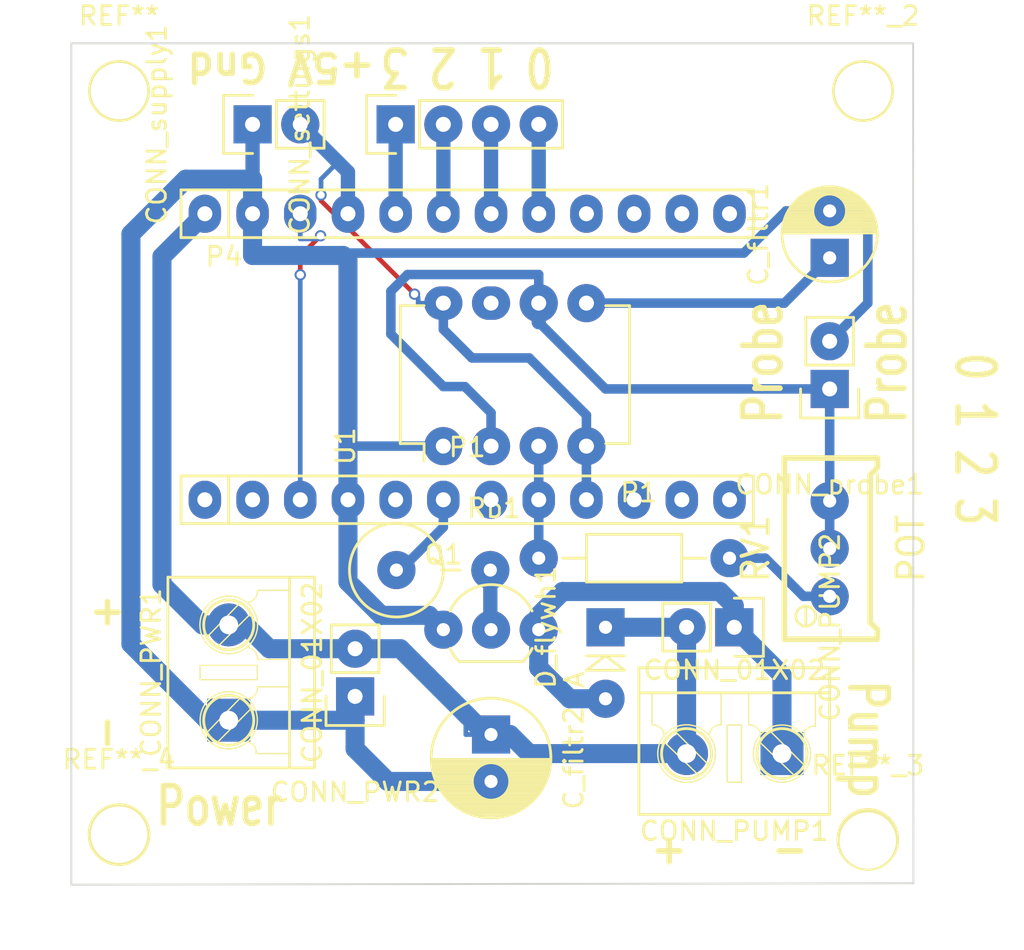
<source format=kicad_pcb>
(kicad_pcb (version 20171130) (host pcbnew "(5.1.12)-1")

  (general
    (thickness 1.6)
    (drawings 19)
    (tracks 113)
    (zones 0)
    (modules 21)
    (nets 28)
  )

  (page A4)
  (title_block
    (date "sam. 04 avril 2015")
  )

  (layers
    (0 F.Cu signal)
    (31 B.Cu signal)
    (32 B.Adhes user)
    (33 F.Adhes user)
    (34 B.Paste user)
    (35 F.Paste user)
    (36 B.SilkS user)
    (37 F.SilkS user)
    (38 B.Mask user)
    (39 F.Mask user)
    (40 Dwgs.User user)
    (41 Cmts.User user)
    (42 Eco1.User user)
    (43 Eco2.User user)
    (44 Edge.Cuts user)
    (45 Margin user)
    (46 B.CrtYd user)
    (47 F.CrtYd user)
    (48 B.Fab user)
    (49 F.Fab user)
  )

  (setup
    (last_trace_width 0.25)
    (user_trace_width 0.508)
    (user_trace_width 0.762)
    (user_trace_width 1.016)
    (trace_clearance 0.2)
    (zone_clearance 0.508)
    (zone_45_only no)
    (trace_min 0.2)
    (via_size 0.6)
    (via_drill 0.4)
    (via_min_size 0.4)
    (via_min_drill 0.3)
    (uvia_size 0.3)
    (uvia_drill 0.1)
    (uvias_allowed no)
    (uvia_min_size 0.2)
    (uvia_min_drill 0.1)
    (edge_width 0.1)
    (segment_width 0.15)
    (pcb_text_width 0.3)
    (pcb_text_size 1.5 1.5)
    (mod_edge_width 0.15)
    (mod_text_size 1 1)
    (mod_text_width 0.15)
    (pad_size 2.2352 2.2352)
    (pad_drill 0.8)
    (pad_to_mask_clearance 0)
    (aux_axis_origin 31.496 151.892)
    (grid_origin 31.496 151.892)
    (visible_elements 7FFFFFFF)
    (pcbplotparams
      (layerselection 0x010f0_80000001)
      (usegerberextensions true)
      (usegerberattributes true)
      (usegerberadvancedattributes true)
      (creategerberjobfile true)
      (excludeedgelayer true)
      (linewidth 0.100000)
      (plotframeref false)
      (viasonmask false)
      (mode 1)
      (useauxorigin true)
      (hpglpennumber 1)
      (hpglpenspeed 20)
      (hpglpendiameter 15.000000)
      (psnegative false)
      (psa4output false)
      (plotreference false)
      (plotvalue false)
      (plotinvisibletext false)
      (padsonsilk false)
      (subtractmaskfromsilk false)
      (outputformat 1)
      (mirror false)
      (drillshape 0)
      (scaleselection 1)
      (outputdirectory "print/export/"))
  )

  (net 0 "")
  (net 1 "/1(Tx)")
  (net 2 "/0(Rx)")
  (net 3 /Reset)
  (net 4 GND)
  (net 5 /2)
  (net 6 "/3(**)")
  (net 7 /4)
  (net 8 "/5(**)")
  (net 9 /7)
  (net 10 /8)
  (net 11 "/9(**)")
  (net 12 VCC)
  (net 13 /A3)
  (net 14 /A2)
  (net 15 /A1)
  (net 16 /A0)
  (net 17 "/13(SCK)")
  (net 18 "/12(MISO)")
  (net 19 "/11(**/MOSI)")
  (net 20 "/10(**/SS)")
  (net 21 "Net-(CONN_probe1-Pad1)")
  (net 22 "Net-(CONN_PUMP1-Pad1)")
  (net 23 +12V)
  (net 24 "Net-(C_filtr1-Pad1)")
  (net 25 "Net-(Q1-Pad2)")
  (net 26 "Net-(R1-Pad2)")
  (net 27 "Net-(U1-Pad7)")

  (net_class Default "This is the default net class."
    (clearance 0.2)
    (trace_width 0.25)
    (via_dia 0.6)
    (via_drill 0.4)
    (uvia_dia 0.3)
    (uvia_drill 0.1)
    (add_net +12V)
    (add_net "/0(Rx)")
    (add_net "/1(Tx)")
    (add_net "/10(**/SS)")
    (add_net "/11(**/MOSI)")
    (add_net "/12(MISO)")
    (add_net "/13(SCK)")
    (add_net /2)
    (add_net "/3(**)")
    (add_net /4)
    (add_net "/5(**)")
    (add_net /7)
    (add_net /8)
    (add_net "/9(**)")
    (add_net /A0)
    (add_net /A1)
    (add_net /A2)
    (add_net /A3)
    (add_net /Reset)
    (add_net GND)
    (add_net "Net-(CONN_PUMP1-Pad1)")
    (add_net "Net-(CONN_probe1-Pad1)")
    (add_net "Net-(C_filtr1-Pad1)")
    (add_net "Net-(Q1-Pad2)")
    (add_net "Net-(R1-Pad2)")
    (add_net "Net-(U1-Pad7)")
    (add_net VCC)
  )

  (module Mounting_Holes:MountingHole_3mm (layer F.Cu) (tedit 5687AE64) (tstamp 5687B0A5)
    (at 34.036 94.234)
    (descr "Mounting hole, Befestigungsbohrung, 3mm, No Annular, Kein Restring,")
    (tags "Mounting hole, Befestigungsbohrung, 3mm, No Annular, Kein Restring,")
    (fp_text reference REF**_4 (at 0 -4.0005) (layer F.SilkS)
      (effects (font (size 1 1) (thickness 0.15)))
    )
    (fp_text value MountingHole_3mm (at 1.00076 5.00126) (layer F.Fab)
      (effects (font (size 1 1) (thickness 0.15)))
    )
    (fp_circle (center 0 0) (end 2.54 0) (layer Cmts.User) (width 0.381))
    (pad 1 thru_hole circle (at 0 0) (size 3 3) (drill 3) (layers *.Cu *.Mask))
  )

  (module Mounting_Holes:MountingHole_3mm (layer F.Cu) (tedit 5687AE64) (tstamp 5687B086)
    (at 73.914 94.5515)
    (descr "Mounting hole, Befestigungsbohrung, 3mm, No Annular, Kein Restring,")
    (tags "Mounting hole, Befestigungsbohrung, 3mm, No Annular, Kein Restring,")
    (fp_text reference REF**_3 (at 0 -4.0005) (layer F.SilkS)
      (effects (font (size 1 1) (thickness 0.15)))
    )
    (fp_text value MountingHole_3mm (at 1.00076 5.00126) (layer F.Fab)
      (effects (font (size 1 1) (thickness 0.15)))
    )
    (fp_circle (center 0 0) (end 2.54 0) (layer Cmts.User) (width 0.381))
    (pad 1 thru_hole circle (at 0 0) (size 3 3) (drill 3) (layers *.Cu *.Mask))
  )

  (module Mounting_Holes:MountingHole_3mm (layer F.Cu) (tedit 5687AE64) (tstamp 5687AE89)
    (at 73.66 54.61)
    (descr "Mounting hole, Befestigungsbohrung, 3mm, No Annular, Kein Restring,")
    (tags "Mounting hole, Befestigungsbohrung, 3mm, No Annular, Kein Restring,")
    (fp_text reference REF**_2 (at 0 -4.0005) (layer F.SilkS)
      (effects (font (size 1 1) (thickness 0.15)))
    )
    (fp_text value MountingHole_3mm (at 1.00076 5.00126) (layer F.Fab)
      (effects (font (size 1 1) (thickness 0.15)))
    )
    (fp_circle (center 0 0) (end 2.54 0) (layer Cmts.User) (width 0.381))
    (pad 1 thru_hole circle (at 0 0) (size 3 3) (drill 3) (layers *.Cu *.Mask))
  )

  (module Mounting_Holes:MountingHole_3mm (layer F.Cu) (tedit 5687AE64) (tstamp 5687ADC9)
    (at 34.036 54.61)
    (descr "Mounting hole, Befestigungsbohrung, 3mm, No Annular, Kein Restring,")
    (tags "Mounting hole, Befestigungsbohrung, 3mm, No Annular, Kein Restring,")
    (fp_text reference REF** (at 0 -4.0005) (layer F.SilkS)
      (effects (font (size 1 1) (thickness 0.15)))
    )
    (fp_text value MountingHole_3mm (at 1.00076 5.00126) (layer F.Fab)
      (effects (font (size 1 1) (thickness 0.15)))
    )
    (fp_circle (center 0 0) (end 2.54 0) (layer Cmts.User) (width 0.381))
    (pad 1 thru_hole circle (at 0 0) (size 3 3) (drill 3) (layers *.Cu *.Mask))
  )

  (module colo-termblocks:KF301-2P-B (layer F.Cu) (tedit 56821CA9) (tstamp 56812F68)
    (at 39.878 85.598 90)
    (path /567BF7EC)
    (fp_text reference CONN_PWR1 (at 0 -4.1275 270) (layer F.SilkS)
      (effects (font (size 1 1) (thickness 0.15)))
    )
    (fp_text value CONN_01X02 (at 0 4.445 270) (layer F.SilkS)
      (effects (font (size 1 1) (thickness 0.15)))
    )
    (fp_circle (center -2.54 0) (end -1.016 0) (layer F.SilkS) (width 0.075))
    (fp_circle (center -2.54 0) (end -1.2065 0) (layer F.SilkS) (width 0.15))
    (fp_circle (center 2.54 0) (end 3.8735 0.762) (layer F.SilkS) (width 0.075))
    (fp_circle (center 2.54 0) (end 1.2065 0) (layer F.SilkS) (width 0.15))
    (fp_line (start 3.175 1.2065) (end 1.397 -0.5715) (layer F.SilkS) (width 0.075))
    (fp_line (start 1.905 -1.143) (end 3.7465 0.635) (layer F.SilkS) (width 0.075))
    (fp_line (start -3.175 -1.143) (end -1.3335 0.635) (layer F.SilkS) (width 0.075))
    (fp_line (start -1.905 1.2065) (end -3.683 -0.5715) (layer F.SilkS) (width 0.075))
    (fp_line (start 0.6985 1.524) (end 0.6985 3.2385) (layer F.SilkS) (width 0.075))
    (fp_line (start -4.318 1.4605) (end -4.318 3.175) (layer F.SilkS) (width 0.075))
    (fp_line (start -0.762 1.524) (end -0.762 3.2385) (layer F.SilkS) (width 0.075))
    (fp_line (start 4.3815 1.524) (end 4.3815 3.2385) (layer F.SilkS) (width 0.075))
    (fp_line (start 0.381 1.524) (end -0.381 1.524) (layer F.SilkS) (width 0.075))
    (fp_line (start -0.381 1.524) (end -0.381 -1.524) (layer F.SilkS) (width 0.075))
    (fp_line (start -0.381 -1.524) (end 0.381 -1.524) (layer F.SilkS) (width 0.075))
    (fp_line (start 0.381 -1.524) (end 0.381 1.524) (layer F.SilkS) (width 0.075))
    (fp_line (start 5.0165 3.2385) (end -5.08 3.2385) (layer F.SilkS) (width 0.15))
    (fp_line (start -5.08 4.572) (end -5.08 -3.2385) (layer F.SilkS) (width 0.15))
    (fp_line (start 5.08 -3.2385) (end 5.08 4.572) (layer F.SilkS) (width 0.15))
    (fp_line (start 5.08 -3.2385) (end -5.08 -3.2385) (layer F.SilkS) (width 0.15))
    (fp_line (start -5.08 4.572) (end 5.08 4.572) (layer F.SilkS) (width 0.15))
    (fp_arc (start 0.762 0.9525) (end 0.6985 1.524) (angle -90) (layer F.SilkS) (width 0.075))
    (fp_arc (start -4.2545 0.889) (end -4.318 1.4605) (angle -90) (layer F.SilkS) (width 0.075))
    (fp_arc (start -0.8255 0.9525) (end -0.762 1.524) (angle 90) (layer F.SilkS) (width 0.075))
    (fp_arc (start 4.318 0.9525) (end 4.3815 1.524) (angle 90) (layer F.SilkS) (width 0.075))
    (pad 1 thru_hole rect (at -2.54 0 90) (size 2.286 2.286) (drill 1) (layers B.Cu B.Mask)
      (net 4 GND))
    (pad 2 thru_hole circle (at 2.54 0 90) (size 2.286 2.286) (drill 1) (layers B.Cu B.Mask)
      (net 23 +12V))
  )

  (module colo-termblocks:KF301-2P-B (layer F.Cu) (tedit 5681A356) (tstamp 56812F3A)
    (at 66.802 89.916 180)
    (path /567BF9AE)
    (fp_text reference CONN_PUMP1 (at 0 -4.1275) (layer F.SilkS)
      (effects (font (size 1 1) (thickness 0.15)))
    )
    (fp_text value CONN_01X02 (at 0 4.445) (layer F.SilkS)
      (effects (font (size 1 1) (thickness 0.15)))
    )
    (fp_circle (center -2.54 0) (end -1.016 0) (layer F.SilkS) (width 0.075))
    (fp_circle (center -2.54 0) (end -1.2065 0) (layer F.SilkS) (width 0.15))
    (fp_circle (center 2.54 0) (end 3.8735 0.762) (layer F.SilkS) (width 0.075))
    (fp_circle (center 2.54 0) (end 1.2065 0) (layer F.SilkS) (width 0.15))
    (fp_line (start 3.175 1.2065) (end 1.397 -0.5715) (layer F.SilkS) (width 0.075))
    (fp_line (start 1.905 -1.143) (end 3.7465 0.635) (layer F.SilkS) (width 0.075))
    (fp_line (start -3.175 -1.143) (end -1.3335 0.635) (layer F.SilkS) (width 0.075))
    (fp_line (start -1.905 1.2065) (end -3.683 -0.5715) (layer F.SilkS) (width 0.075))
    (fp_line (start 0.6985 1.524) (end 0.6985 3.2385) (layer F.SilkS) (width 0.075))
    (fp_line (start -4.318 1.4605) (end -4.318 3.175) (layer F.SilkS) (width 0.075))
    (fp_line (start -0.762 1.524) (end -0.762 3.2385) (layer F.SilkS) (width 0.075))
    (fp_line (start 4.3815 1.524) (end 4.3815 3.2385) (layer F.SilkS) (width 0.075))
    (fp_line (start 0.381 1.524) (end -0.381 1.524) (layer F.SilkS) (width 0.075))
    (fp_line (start -0.381 1.524) (end -0.381 -1.524) (layer F.SilkS) (width 0.075))
    (fp_line (start -0.381 -1.524) (end 0.381 -1.524) (layer F.SilkS) (width 0.075))
    (fp_line (start 0.381 -1.524) (end 0.381 1.524) (layer F.SilkS) (width 0.075))
    (fp_line (start 5.0165 3.2385) (end -5.08 3.2385) (layer F.SilkS) (width 0.15))
    (fp_line (start -5.08 4.572) (end -5.08 -3.2385) (layer F.SilkS) (width 0.15))
    (fp_line (start 5.08 -3.2385) (end 5.08 4.572) (layer F.SilkS) (width 0.15))
    (fp_line (start 5.08 -3.2385) (end -5.08 -3.2385) (layer F.SilkS) (width 0.15))
    (fp_line (start -5.08 4.572) (end 5.08 4.572) (layer F.SilkS) (width 0.15))
    (fp_arc (start 0.762 0.9525) (end 0.6985 1.524) (angle -90) (layer F.SilkS) (width 0.075))
    (fp_arc (start -4.2545 0.889) (end -4.318 1.4605) (angle -90) (layer F.SilkS) (width 0.075))
    (fp_arc (start -0.8255 0.9525) (end -0.762 1.524) (angle 90) (layer F.SilkS) (width 0.075))
    (fp_arc (start 4.318 0.9525) (end 4.3815 1.524) (angle 90) (layer F.SilkS) (width 0.075))
    (pad 1 thru_hole rect (at -2.54 0 180) (size 2.286 2.286) (drill 1) (layers B.Cu B.Mask)
      (net 22 "Net-(CONN_PUMP1-Pad1)"))
    (pad 2 thru_hole circle (at 2.54 0 180) (size 2.286 2.286) (drill 1) (layers B.Cu B.Mask)
      (net 23 +12V))
  )

  (module Pin_Headers:Pin_Header_Straight_1x02 (layer F.Cu) (tedit 5687B8B7) (tstamp 5681303D)
    (at 41.148 56.388 90)
    (descr "Through hole pin header")
    (tags "pin header")
    (path /567CADAD)
    (fp_text reference CONN_supply1 (at 0 -5.1 90) (layer F.SilkS)
      (effects (font (size 1 1) (thickness 0.15)))
    )
    (fp_text value CONN_01X02 (at 0 -3.1 90) (layer F.Fab)
      (effects (font (size 1 1) (thickness 0.15)))
    )
    (fp_line (start 1.27 1.27) (end 1.27 3.81) (layer F.SilkS) (width 0.15))
    (fp_line (start 1.55 -1.55) (end 1.55 0) (layer F.SilkS) (width 0.15))
    (fp_line (start -1.75 -1.75) (end -1.75 4.3) (layer F.CrtYd) (width 0.05))
    (fp_line (start 1.75 -1.75) (end 1.75 4.3) (layer F.CrtYd) (width 0.05))
    (fp_line (start -1.75 -1.75) (end 1.75 -1.75) (layer F.CrtYd) (width 0.05))
    (fp_line (start -1.75 4.3) (end 1.75 4.3) (layer F.CrtYd) (width 0.05))
    (fp_line (start 1.27 1.27) (end -1.27 1.27) (layer F.SilkS) (width 0.15))
    (fp_line (start -1.55 0) (end -1.55 -1.55) (layer F.SilkS) (width 0.15))
    (fp_line (start -1.55 -1.55) (end 1.55 -1.55) (layer F.SilkS) (width 0.15))
    (fp_line (start -1.27 1.27) (end -1.27 3.81) (layer F.SilkS) (width 0.15))
    (fp_line (start -1.27 3.81) (end 1.27 3.81) (layer F.SilkS) (width 0.15))
    (pad 1 thru_hole rect (at 0 0 90) (size 2.032 2.032) (drill 0.8) (layers B.Cu B.Mask)
      (net 4 GND))
    (pad 2 thru_hole oval (at 0 2.54 90) (size 2.032 2.032) (drill 0.8) (layers B.Cu B.Mask)
      (net 12 VCC))
    (model Pin_Headers.3dshapes/Pin_Header_Straight_1x02.wrl
      (offset (xyz 0 -1.269999980926514 0))
      (scale (xyz 1 1 1))
      (rotate (xyz 0 0 90))
    )
  )

  (module Pin_Headers:Pin_Header_Straight_1x04 (layer F.Cu) (tedit 567C9EAB) (tstamp 5681302B)
    (at 48.768 56.388 90)
    (descr "Through hole pin header")
    (tags "pin header")
    (path /567CAEC6)
    (fp_text reference CONN_settings1 (at 0 -5.1 90) (layer F.SilkS)
      (effects (font (size 1 1) (thickness 0.15)))
    )
    (fp_text value CONN_01X04 (at 0 -3.1 90) (layer F.Fab)
      (effects (font (size 1 1) (thickness 0.15)))
    )
    (fp_line (start -1.75 -1.75) (end -1.75 9.4) (layer F.CrtYd) (width 0.05))
    (fp_line (start 1.75 -1.75) (end 1.75 9.4) (layer F.CrtYd) (width 0.05))
    (fp_line (start -1.75 -1.75) (end 1.75 -1.75) (layer F.CrtYd) (width 0.05))
    (fp_line (start -1.75 9.4) (end 1.75 9.4) (layer F.CrtYd) (width 0.05))
    (fp_line (start -1.27 1.27) (end -1.27 8.89) (layer F.SilkS) (width 0.15))
    (fp_line (start 1.27 1.27) (end 1.27 8.89) (layer F.SilkS) (width 0.15))
    (fp_line (start 1.55 -1.55) (end 1.55 0) (layer F.SilkS) (width 0.15))
    (fp_line (start -1.27 8.89) (end 1.27 8.89) (layer F.SilkS) (width 0.15))
    (fp_line (start 1.27 1.27) (end -1.27 1.27) (layer F.SilkS) (width 0.15))
    (fp_line (start -1.55 0) (end -1.55 -1.55) (layer F.SilkS) (width 0.15))
    (fp_line (start -1.55 -1.55) (end 1.55 -1.55) (layer F.SilkS) (width 0.15))
    (pad 1 thru_hole rect (at 0 0 90) (size 2.032 2.032) (drill 0.8) (layers B.Cu B.Mask)
      (net 13 /A3))
    (pad 2 thru_hole oval (at 0 2.54 90) (size 2.032 2.032) (drill 0.8) (layers B.Cu B.Mask)
      (net 14 /A2))
    (pad 3 thru_hole oval (at 0 5.08 90) (size 2.032 2.032) (drill 0.8) (layers B.Cu B.Mask)
      (net 15 /A1))
    (pad 4 thru_hole oval (at 0 7.62 90) (size 2.032 2.032) (drill 0.8) (layers B.Cu B.Mask)
      (net 16 /A0))
    (model Pin_Headers.3dshapes/Pin_Header_Straight_1x04.wrl
      (offset (xyz 0 -3.809999942779541 0))
      (scale (xyz 1 1 1))
      (rotate (xyz 0 0 90))
    )
  )

  (module Resistors_ThroughHole:Resistor_Vertical_RM5mm (layer F.Cu) (tedit 567F0773) (tstamp 56813024)
    (at 51.308 80.137)
    (descr "Resistor, Vertical, RM 5mm, 1/3W,")
    (tags "Resistor, Vertical, RM 5mm, 1/3W,")
    (path /567BF76B)
    (fp_text reference Rb1 (at 2.70002 -3.29946) (layer F.SilkS)
      (effects (font (size 1 1) (thickness 0.15)))
    )
    (fp_text value 470R (at -4.064 0.127 90) (layer F.Fab)
      (effects (font (size 1 1) (thickness 0.15)))
    )
    (fp_line (start -0.09906 0) (end 0.9017 0) (layer F.SilkS) (width 0.15))
    (fp_circle (center -2.49936 0) (end 0 0) (layer F.SilkS) (width 0.15))
    (pad 1 thru_hole oval (at -2.49936 0) (size 2.032 2.032) (drill 0.7) (layers B.Cu B.Mask)
      (net 6 "/3(**)"))
    (pad 2 thru_hole oval (at 2.5019 0) (size 2.032 2.032) (drill 0.7) (layers B.Cu B.Mask)
      (net 25 "Net-(Q1-Pad2)"))
  )

  (module Housings_DIP:DIP-8_W7.62mm (layer F.Cu) (tedit 567CA0B5) (tstamp 5681300E)
    (at 51.308 73.533 90)
    (descr "8-lead dip package, row spacing 7.62 mm (300 mils)")
    (tags "dil dip 2.54 300")
    (path /567BDC87)
    (fp_text reference U1 (at 0 -5.22 90) (layer F.SilkS)
      (effects (font (size 1 1) (thickness 0.15)))
    )
    (fp_text value LM555N (at 0 -3.72 90) (layer F.Fab)
      (effects (font (size 1 1) (thickness 0.15)))
    )
    (fp_line (start -1.05 -2.45) (end -1.05 10.1) (layer F.CrtYd) (width 0.05))
    (fp_line (start 8.65 -2.45) (end 8.65 10.1) (layer F.CrtYd) (width 0.05))
    (fp_line (start -1.05 -2.45) (end 8.65 -2.45) (layer F.CrtYd) (width 0.05))
    (fp_line (start -1.05 10.1) (end 8.65 10.1) (layer F.CrtYd) (width 0.05))
    (fp_line (start 0.135 -2.295) (end 0.135 -1.025) (layer F.SilkS) (width 0.15))
    (fp_line (start 7.485 -2.295) (end 7.485 -1.025) (layer F.SilkS) (width 0.15))
    (fp_line (start 7.485 9.915) (end 7.485 8.645) (layer F.SilkS) (width 0.15))
    (fp_line (start 0.135 9.915) (end 0.135 8.645) (layer F.SilkS) (width 0.15))
    (fp_line (start 0.135 -2.295) (end 7.485 -2.295) (layer F.SilkS) (width 0.15))
    (fp_line (start 0.135 9.915) (end 7.485 9.915) (layer F.SilkS) (width 0.15))
    (fp_line (start 0.135 -1.025) (end -0.8 -1.025) (layer F.SilkS) (width 0.15))
    (pad 1 thru_hole oval (at 0 0 90) (size 2.032 2.032) (drill 0.8) (layers B.Cu B.Mask)
      (net 4 GND))
    (pad 2 thru_hole oval (at 0 2.54 90) (size 2.032 2.032) (drill 0.8) (layers B.Cu B.Mask)
      (net 21 "Net-(CONN_probe1-Pad1)"))
    (pad 3 thru_hole oval (at 0 5.08 90) (size 2.032 2.032) (drill 0.8) (layers B.Cu B.Mask)
      (net 8 "/5(**)"))
    (pad 4 thru_hole oval (at 0 7.62 90) (size 2.032 2.032) (drill 0.8) (layers B.Cu B.Mask)
      (net 12 VCC))
    (pad 5 thru_hole oval (at 7.62 7.62 90) (size 2.032 2.032) (drill 0.8) (layers B.Cu B.Mask)
      (net 24 "Net-(C_filtr1-Pad1)"))
    (pad 6 thru_hole oval (at 7.62 5.08 90) (size 2.032 2.032) (drill 0.8) (layers B.Cu B.Mask)
      (net 21 "Net-(CONN_probe1-Pad1)"))
    (pad 7 thru_hole oval (at 7.62 2.54 90) (size 1.778 2.032) (drill 0.8) (layers B.Cu B.Mask)
      (net 27 "Net-(U1-Pad7)"))
    (pad 8 thru_hole oval (at 7.62 0 90) (size 1.778 2.032) (drill 0.8) (layers B.Cu B.Mask)
      (net 12 VCC))
    (model Housings_DIP.3dshapes/DIP-8_W7.62mm.wrl
      (at (xyz 0 0 0))
      (scale (xyz 1 1 1))
      (rotate (xyz 0 0 0))
    )
  )

  (module Diodes_ThroughHole:Diode_DO-41_SOD81_Vertical_AnodeUp (layer F.Cu) (tedit 567DDA48) (tstamp 56813004)
    (at 59.944 83.185 270)
    (descr "Diode, DO-41, SOD81, Vertical, Anode Up,")
    (tags "Diode, DO-41, SOD81, Vertical, Anode Up, 1N4007, SB140,")
    (path /567C6383)
    (fp_text reference D_flywh1 (at 0 3.175 270) (layer F.SilkS)
      (effects (font (size 1 1) (thickness 0.15)))
    )
    (fp_text value D_Small (at 0.05 -2 270) (layer F.Fab)
      (effects (font (size 1 1) (thickness 0.15)))
    )
    (fp_line (start 1.524 0) (end 2.286 1.016) (layer F.SilkS) (width 0.15))
    (fp_line (start 1.524 0) (end 2.286 -1.016) (layer F.SilkS) (width 0.15))
    (fp_line (start 1.524 -1.016) (end 1.524 1.016) (layer F.SilkS) (width 0.15))
    (fp_line (start 2.286 -1.016) (end 2.286 1.016) (layer F.SilkS) (width 0.15))
    (fp_text user A (at 2.794 1.651 270) (layer F.SilkS)
      (effects (font (size 1 1) (thickness 0.15)))
    )
    (pad 2 thru_hole oval (at 3.81 0 270) (size 2.032 2.032) (drill 0.7) (layers B.Cu B.Mask)
      (net 22 "Net-(CONN_PUMP1-Pad1)"))
    (pad 1 thru_hole rect (at 0 0 270) (size 2.032 2.032) (drill 0.7) (layers B.Cu B.Mask)
      (net 23 +12V))
  )

  (module Capacitors_ThroughHole:C_Radial_D6.3_L11.2_P2.5 (layer F.Cu) (tedit 567DBFCC) (tstamp 56812FD8)
    (at 53.848 88.9 270)
    (descr "Radial Electrolytic Capacitor, Diameter 6.3mm x Length 11.2mm, Pitch 2.5mm")
    (tags "Electrolytic Capacitor")
    (path /567C5CD6)
    (fp_text reference C_filtr2 (at 1.25 -4.4 270) (layer F.SilkS)
      (effects (font (size 1 1) (thickness 0.15)))
    )
    (fp_text value CP1 (at 1.25 4.4 270) (layer F.Fab)
      (effects (font (size 1 1) (thickness 0.15)))
    )
    (fp_line (start 1.325 -3.149) (end 1.325 3.149) (layer F.SilkS) (width 0.15))
    (fp_line (start 1.465 -3.143) (end 1.465 3.143) (layer F.SilkS) (width 0.15))
    (fp_line (start 1.605 -3.13) (end 1.605 -0.446) (layer F.SilkS) (width 0.15))
    (fp_line (start 1.605 0.446) (end 1.605 3.13) (layer F.SilkS) (width 0.15))
    (fp_line (start 1.745 -3.111) (end 1.745 -0.656) (layer F.SilkS) (width 0.15))
    (fp_line (start 1.745 0.656) (end 1.745 3.111) (layer F.SilkS) (width 0.15))
    (fp_line (start 1.885 -3.085) (end 1.885 -0.789) (layer F.SilkS) (width 0.15))
    (fp_line (start 1.885 0.789) (end 1.885 3.085) (layer F.SilkS) (width 0.15))
    (fp_line (start 2.025 -3.053) (end 2.025 -0.88) (layer F.SilkS) (width 0.15))
    (fp_line (start 2.025 0.88) (end 2.025 3.053) (layer F.SilkS) (width 0.15))
    (fp_line (start 2.165 -3.014) (end 2.165 -0.942) (layer F.SilkS) (width 0.15))
    (fp_line (start 2.165 0.942) (end 2.165 3.014) (layer F.SilkS) (width 0.15))
    (fp_line (start 2.305 -2.968) (end 2.305 -0.981) (layer F.SilkS) (width 0.15))
    (fp_line (start 2.305 0.981) (end 2.305 2.968) (layer F.SilkS) (width 0.15))
    (fp_line (start 2.445 -2.915) (end 2.445 -0.998) (layer F.SilkS) (width 0.15))
    (fp_line (start 2.445 0.998) (end 2.445 2.915) (layer F.SilkS) (width 0.15))
    (fp_line (start 2.585 -2.853) (end 2.585 -0.996) (layer F.SilkS) (width 0.15))
    (fp_line (start 2.585 0.996) (end 2.585 2.853) (layer F.SilkS) (width 0.15))
    (fp_line (start 2.725 -2.783) (end 2.725 -0.974) (layer F.SilkS) (width 0.15))
    (fp_line (start 2.725 0.974) (end 2.725 2.783) (layer F.SilkS) (width 0.15))
    (fp_line (start 2.865 -2.704) (end 2.865 -0.931) (layer F.SilkS) (width 0.15))
    (fp_line (start 2.865 0.931) (end 2.865 2.704) (layer F.SilkS) (width 0.15))
    (fp_line (start 3.005 -2.616) (end 3.005 -0.863) (layer F.SilkS) (width 0.15))
    (fp_line (start 3.005 0.863) (end 3.005 2.616) (layer F.SilkS) (width 0.15))
    (fp_line (start 3.145 -2.516) (end 3.145 -0.764) (layer F.SilkS) (width 0.15))
    (fp_line (start 3.145 0.764) (end 3.145 2.516) (layer F.SilkS) (width 0.15))
    (fp_line (start 3.285 -2.404) (end 3.285 -0.619) (layer F.SilkS) (width 0.15))
    (fp_line (start 3.285 0.619) (end 3.285 2.404) (layer F.SilkS) (width 0.15))
    (fp_line (start 3.425 -2.279) (end 3.425 -0.38) (layer F.SilkS) (width 0.15))
    (fp_line (start 3.425 0.38) (end 3.425 2.279) (layer F.SilkS) (width 0.15))
    (fp_line (start 3.565 -2.136) (end 3.565 2.136) (layer F.SilkS) (width 0.15))
    (fp_line (start 3.705 -1.974) (end 3.705 1.974) (layer F.SilkS) (width 0.15))
    (fp_line (start 3.845 -1.786) (end 3.845 1.786) (layer F.SilkS) (width 0.15))
    (fp_line (start 3.985 -1.563) (end 3.985 1.563) (layer F.SilkS) (width 0.15))
    (fp_line (start 4.125 -1.287) (end 4.125 1.287) (layer F.SilkS) (width 0.15))
    (fp_line (start 4.265 -0.912) (end 4.265 0.912) (layer F.SilkS) (width 0.15))
    (fp_circle (center 2.5 0) (end 2.5 -1) (layer F.SilkS) (width 0.15))
    (fp_circle (center 1.25 0) (end 1.25 -3.1875) (layer F.SilkS) (width 0.15))
    (fp_circle (center 1.25 0) (end 1.25 -3.4) (layer F.CrtYd) (width 0.05))
    (pad 2 thru_hole oval (at 2.5 0 270) (size 2.032 2.032) (drill 0.7) (layers B.Cu B.Mask)
      (net 4 GND))
    (pad 1 thru_hole rect (at 0 0 270) (size 2.032 2.032) (drill 0.7) (layers B.Cu B.Mask)
      (net 23 +12V))
    (model Capacitors_ThroughHole.3dshapes/C_Radial_D6.3_L11.2_P2.5.wrl
      (at (xyz 0 0 0))
      (scale (xyz 1 1 1))
      (rotate (xyz 0 0 0))
    )
  )

  (module trimpot-cermet-btype:RV-bline (layer F.Cu) (tedit 567CA231) (tstamp 56812FC8)
    (at 71.882 78.994 90)
    (descr "Resistance variable / Potentiometre")
    (tags R)
    (path /567BDF14)
    (fp_text reference RV1 (at 0 -3.937 90) (layer F.SilkS)
      (effects (font (size 1.397 1.27) (thickness 0.2032)))
    )
    (fp_text value POT (at 0 4.318 90) (layer F.SilkS)
      (effects (font (size 1.397 1.27) (thickness 0.2032)))
    )
    (fp_circle (center -3.603 -1.27) (end -3.429 -0.769) (layer F.SilkS) (width 0.15))
    (fp_line (start 4.826 2.54) (end 4.318 2.54) (layer F.SilkS) (width 0.3048))
    (fp_line (start 4.318 2.54) (end 3.937 2.159) (layer F.SilkS) (width 0.3048))
    (fp_line (start 3.937 2.159) (end -3.937 2.159) (layer F.SilkS) (width 0.3048))
    (fp_line (start -4.318 2.54) (end -4.826 2.54) (layer F.SilkS) (width 0.3048))
    (fp_line (start -4.318 2.54) (end -3.937 2.159) (layer F.SilkS) (width 0.3048))
    (fp_line (start -4.064 -1.27) (end -3.048 -1.27) (layer F.SilkS) (width 0.15))
    (fp_line (start -4.826 -2.413) (end 4.826 -2.413) (layer F.SilkS) (width 0.3048))
    (fp_line (start 4.826 -2.413) (end 4.826 2.54) (layer F.SilkS) (width 0.3048))
    (fp_line (start -4.826 2.54) (end -4.826 -2.41) (layer F.SilkS) (width 0.3048))
    (pad 1 thru_hole oval (at -2.54 0 90) (size 2.032 2.032) (drill 0.7) (layers B.Cu B.Mask)
      (net 26 "Net-(R1-Pad2)"))
    (pad 2 thru_hole oval (at 0 0 90) (size 2.032 2.032) (drill 0.7) (layers B.Cu B.Mask)
      (net 21 "Net-(CONN_probe1-Pad1)"))
    (pad 3 thru_hole oval (at 2.54 0 90) (size 2.032 2.032) (drill 0.7) (layers B.Cu B.Mask)
      (net 21 "Net-(CONN_probe1-Pad1)"))
  )

  (module Resistors_ThroughHole:Resistor_Horizontal_RM10mm (layer F.Cu) (tedit 567CA24C) (tstamp 56812FBD)
    (at 61.468 79.502)
    (descr "Resistor, Axial,  RM 10mm, 1/3W,")
    (tags "Resistor, Axial, RM 10mm, 1/3W,")
    (path /567C1585)
    (fp_text reference R1 (at 0.24892 -3.50012) (layer F.SilkS)
      (effects (font (size 1 1) (thickness 0.15)))
    )
    (fp_text value R (at 3.81 3.81) (layer F.Fab)
      (effects (font (size 1 1) (thickness 0.15)))
    )
    (fp_line (start -2.54 -1.27) (end 2.54 -1.27) (layer F.SilkS) (width 0.15))
    (fp_line (start 2.54 -1.27) (end 2.54 1.27) (layer F.SilkS) (width 0.15))
    (fp_line (start 2.54 1.27) (end -2.54 1.27) (layer F.SilkS) (width 0.15))
    (fp_line (start -2.54 1.27) (end -2.54 -1.27) (layer F.SilkS) (width 0.15))
    (fp_line (start -2.54 0) (end -3.81 0) (layer F.SilkS) (width 0.15))
    (fp_line (start 2.54 0) (end 3.81 0) (layer F.SilkS) (width 0.15))
    (pad 1 thru_hole oval (at -5.08 0) (size 2.032 2.032) (drill 0.7) (layers B.Cu B.Mask)
      (net 8 "/5(**)"))
    (pad 2 thru_hole oval (at 5.08 0) (size 2.032 2.032) (drill 0.7) (layers B.Cu B.Mask)
      (net 26 "Net-(R1-Pad2)"))
    (model Resistors_ThroughHole.3dshapes/Resistor_Horizontal_RM10mm.wrl
      (at (xyz 0 0 0))
      (scale (xyz 0.4 0.4 0.4))
      (rotate (xyz 0 0 0))
    )
  )

  (module Capacitors_ThroughHole:C_Radial_D5_L6_P2.5 (layer F.Cu) (tedit 567DBFE1) (tstamp 56812F96)
    (at 71.882 63.5 90)
    (descr "Radial Electrolytic Capacitor Diameter 5mm x Length 6mm, Pitch 2.5mm")
    (tags "Electrolytic Capacitor")
    (path /567BEDBF)
    (fp_text reference C_filtr1 (at 1.25 -3.8 90) (layer F.SilkS)
      (effects (font (size 1 1) (thickness 0.15)))
    )
    (fp_text value CP1 (at 1.25 3.8 90) (layer F.Fab)
      (effects (font (size 1 1) (thickness 0.15)))
    )
    (fp_line (start 1.325 -2.499) (end 1.325 2.499) (layer F.SilkS) (width 0.15))
    (fp_line (start 1.465 -2.491) (end 1.465 2.491) (layer F.SilkS) (width 0.15))
    (fp_line (start 1.605 -2.475) (end 1.605 -0.095) (layer F.SilkS) (width 0.15))
    (fp_line (start 1.605 0.095) (end 1.605 2.475) (layer F.SilkS) (width 0.15))
    (fp_line (start 1.745 -2.451) (end 1.745 -0.49) (layer F.SilkS) (width 0.15))
    (fp_line (start 1.745 0.49) (end 1.745 2.451) (layer F.SilkS) (width 0.15))
    (fp_line (start 1.885 -2.418) (end 1.885 -0.657) (layer F.SilkS) (width 0.15))
    (fp_line (start 1.885 0.657) (end 1.885 2.418) (layer F.SilkS) (width 0.15))
    (fp_line (start 2.025 -2.377) (end 2.025 -0.764) (layer F.SilkS) (width 0.15))
    (fp_line (start 2.025 0.764) (end 2.025 2.377) (layer F.SilkS) (width 0.15))
    (fp_line (start 2.165 -2.327) (end 2.165 -0.835) (layer F.SilkS) (width 0.15))
    (fp_line (start 2.165 0.835) (end 2.165 2.327) (layer F.SilkS) (width 0.15))
    (fp_line (start 2.305 -2.266) (end 2.305 -0.879) (layer F.SilkS) (width 0.15))
    (fp_line (start 2.305 0.879) (end 2.305 2.266) (layer F.SilkS) (width 0.15))
    (fp_line (start 2.445 -2.196) (end 2.445 -0.898) (layer F.SilkS) (width 0.15))
    (fp_line (start 2.445 0.898) (end 2.445 2.196) (layer F.SilkS) (width 0.15))
    (fp_line (start 2.585 -2.114) (end 2.585 -0.896) (layer F.SilkS) (width 0.15))
    (fp_line (start 2.585 0.896) (end 2.585 2.114) (layer F.SilkS) (width 0.15))
    (fp_line (start 2.725 -2.019) (end 2.725 -0.871) (layer F.SilkS) (width 0.15))
    (fp_line (start 2.725 0.871) (end 2.725 2.019) (layer F.SilkS) (width 0.15))
    (fp_line (start 2.865 -1.908) (end 2.865 -0.823) (layer F.SilkS) (width 0.15))
    (fp_line (start 2.865 0.823) (end 2.865 1.908) (layer F.SilkS) (width 0.15))
    (fp_line (start 3.005 -1.78) (end 3.005 -0.745) (layer F.SilkS) (width 0.15))
    (fp_line (start 3.005 0.745) (end 3.005 1.78) (layer F.SilkS) (width 0.15))
    (fp_line (start 3.145 -1.631) (end 3.145 -0.628) (layer F.SilkS) (width 0.15))
    (fp_line (start 3.145 0.628) (end 3.145 1.631) (layer F.SilkS) (width 0.15))
    (fp_line (start 3.285 -1.452) (end 3.285 -0.44) (layer F.SilkS) (width 0.15))
    (fp_line (start 3.285 0.44) (end 3.285 1.452) (layer F.SilkS) (width 0.15))
    (fp_line (start 3.425 -1.233) (end 3.425 1.233) (layer F.SilkS) (width 0.15))
    (fp_line (start 3.565 -0.944) (end 3.565 0.944) (layer F.SilkS) (width 0.15))
    (fp_line (start 3.705 -0.472) (end 3.705 0.472) (layer F.SilkS) (width 0.15))
    (fp_circle (center 2.5 0) (end 2.5 -0.9) (layer F.SilkS) (width 0.15))
    (fp_circle (center 1.25 0) (end 1.25 -2.5375) (layer F.SilkS) (width 0.15))
    (fp_circle (center 1.25 0) (end 1.25 -2.8) (layer F.CrtYd) (width 0.05))
    (pad 1 thru_hole rect (at 0 0 90) (size 2.032 2.032) (drill 0.7) (layers B.Cu B.Mask)
      (net 24 "Net-(C_filtr1-Pad1)"))
    (pad 2 thru_hole oval (at 2.5 0 90) (size 2.032 2.032) (drill 0.7) (layers B.Cu B.Mask)
      (net 4 GND))
    (model Capacitors_ThroughHole.3dshapes/C_Radial_D5_L6_P2.5.wrl
      (offset (xyz 1.250000021226883 0 0))
      (scale (xyz 1 1 1))
      (rotate (xyz 0 0 90))
    )
  )

  (module Pin_Headers:Pin_Header_Straight_1x02 (layer F.Cu) (tedit 567C9E79) (tstamp 56812F86)
    (at 46.609 86.868 180)
    (descr "Through hole pin header")
    (tags "pin header")
    (path /567BF917)
    (fp_text reference CONN_PWR2 (at 0 -5.1 180) (layer F.SilkS)
      (effects (font (size 1 1) (thickness 0.15)))
    )
    (fp_text value CONN_01X02 (at 0 -3.1 180) (layer F.Fab)
      (effects (font (size 1 1) (thickness 0.15)))
    )
    (fp_line (start 1.27 1.27) (end 1.27 3.81) (layer F.SilkS) (width 0.15))
    (fp_line (start 1.55 -1.55) (end 1.55 0) (layer F.SilkS) (width 0.15))
    (fp_line (start -1.75 -1.75) (end -1.75 4.3) (layer F.CrtYd) (width 0.05))
    (fp_line (start 1.75 -1.75) (end 1.75 4.3) (layer F.CrtYd) (width 0.05))
    (fp_line (start -1.75 -1.75) (end 1.75 -1.75) (layer F.CrtYd) (width 0.05))
    (fp_line (start -1.75 4.3) (end 1.75 4.3) (layer F.CrtYd) (width 0.05))
    (fp_line (start 1.27 1.27) (end -1.27 1.27) (layer F.SilkS) (width 0.15))
    (fp_line (start -1.55 0) (end -1.55 -1.55) (layer F.SilkS) (width 0.15))
    (fp_line (start -1.55 -1.55) (end 1.55 -1.55) (layer F.SilkS) (width 0.15))
    (fp_line (start -1.27 1.27) (end -1.27 3.81) (layer F.SilkS) (width 0.15))
    (fp_line (start -1.27 3.81) (end 1.27 3.81) (layer F.SilkS) (width 0.15))
    (pad 1 thru_hole rect (at 0 0 180) (size 2.032 2.032) (drill 0.8) (layers B.Cu B.Mask)
      (net 4 GND))
    (pad 2 thru_hole oval (at 0 2.54 180) (size 2.032 2.032) (drill 0.8) (layers B.Cu B.Mask)
      (net 23 +12V))
    (model Pin_Headers.3dshapes/Pin_Header_Straight_1x02.wrl
      (offset (xyz 0 -1.269999980926514 0))
      (scale (xyz 1 1 1))
      (rotate (xyz 0 0 90))
    )
  )

  (module Pin_Headers:Pin_Header_Straight_1x02 (layer F.Cu) (tedit 5687CC91) (tstamp 56812F58)
    (at 66.802 83.185 270)
    (descr "Through hole pin header")
    (tags "pin header")
    (path /567BFA6B)
    (fp_text reference CONN_PUMP2 (at 0 -5.1 270) (layer F.SilkS)
      (effects (font (size 1 1) (thickness 0.15)))
    )
    (fp_text value CONN_01X02 (at 0 -3.1 270) (layer F.Fab)
      (effects (font (size 1 1) (thickness 0.15)))
    )
    (fp_line (start 1.27 1.27) (end 1.27 3.81) (layer F.SilkS) (width 0.15))
    (fp_line (start 1.55 -1.55) (end 1.55 0) (layer F.SilkS) (width 0.15))
    (fp_line (start -1.75 -1.75) (end -1.75 4.3) (layer F.CrtYd) (width 0.05))
    (fp_line (start 1.75 -1.75) (end 1.75 4.3) (layer F.CrtYd) (width 0.05))
    (fp_line (start -1.75 -1.75) (end 1.75 -1.75) (layer F.CrtYd) (width 0.05))
    (fp_line (start -1.75 4.3) (end 1.75 4.3) (layer F.CrtYd) (width 0.05))
    (fp_line (start 1.27 1.27) (end -1.27 1.27) (layer F.SilkS) (width 0.15))
    (fp_line (start -1.55 0) (end -1.55 -1.55) (layer F.SilkS) (width 0.15))
    (fp_line (start -1.55 -1.55) (end 1.55 -1.55) (layer F.SilkS) (width 0.15))
    (fp_line (start -1.27 1.27) (end -1.27 3.81) (layer F.SilkS) (width 0.15))
    (fp_line (start -1.27 3.81) (end 1.27 3.81) (layer F.SilkS) (width 0.15))
    (pad 1 thru_hole rect (at 0 0 270) (size 2.032 2.032) (drill 0.8) (layers B.Cu B.Mask)
      (net 22 "Net-(CONN_PUMP1-Pad1)"))
    (pad 2 thru_hole oval (at 0 2.54 270) (size 2.032 2.032) (drill 0.8) (layers B.Cu B.Mask)
      (net 23 +12V))
    (model Pin_Headers.3dshapes/Pin_Header_Straight_1x02.wrl
      (offset (xyz 0 -1.269999980926514 0))
      (scale (xyz 1 1 1))
      (rotate (xyz 0 0 90))
    )
  )

  (module Pin_Headers:Pin_Header_Straight_1x02 (layer F.Cu) (tedit 567C9E98) (tstamp 56812F2A)
    (at 71.882 70.485 180)
    (descr "Through hole pin header")
    (tags "pin header")
    (path /567BDD3D)
    (fp_text reference CONN_probe1 (at 0 -5.1 180) (layer F.SilkS)
      (effects (font (size 1 1) (thickness 0.15)))
    )
    (fp_text value CONN_01X02 (at 0 -3.1 180) (layer F.Fab)
      (effects (font (size 1 1) (thickness 0.15)))
    )
    (fp_line (start 1.27 1.27) (end 1.27 3.81) (layer F.SilkS) (width 0.15))
    (fp_line (start 1.55 -1.55) (end 1.55 0) (layer F.SilkS) (width 0.15))
    (fp_line (start -1.75 -1.75) (end -1.75 4.3) (layer F.CrtYd) (width 0.05))
    (fp_line (start 1.75 -1.75) (end 1.75 4.3) (layer F.CrtYd) (width 0.05))
    (fp_line (start -1.75 -1.75) (end 1.75 -1.75) (layer F.CrtYd) (width 0.05))
    (fp_line (start -1.75 4.3) (end 1.75 4.3) (layer F.CrtYd) (width 0.05))
    (fp_line (start 1.27 1.27) (end -1.27 1.27) (layer F.SilkS) (width 0.15))
    (fp_line (start -1.55 0) (end -1.55 -1.55) (layer F.SilkS) (width 0.15))
    (fp_line (start -1.55 -1.55) (end 1.55 -1.55) (layer F.SilkS) (width 0.15))
    (fp_line (start -1.27 1.27) (end -1.27 3.81) (layer F.SilkS) (width 0.15))
    (fp_line (start -1.27 3.81) (end 1.27 3.81) (layer F.SilkS) (width 0.15))
    (pad 1 thru_hole rect (at 0 0 180) (size 2.032 2.032) (drill 0.8) (layers B.Cu B.Mask)
      (net 21 "Net-(CONN_probe1-Pad1)"))
    (pad 2 thru_hole oval (at 0 2.54 180) (size 2.032 2.032) (drill 0.8) (layers B.Cu B.Mask)
      (net 4 GND))
    (model Pin_Headers.3dshapes/Pin_Header_Straight_1x02.wrl
      (offset (xyz 0 -1.269999980926514 0))
      (scale (xyz 1 1 1))
      (rotate (xyz 0 0 90))
    )
  )

  (module Socket_Arduino_Pro_Mini:Socket_Strip_Arduino_1x12 locked (layer F.Cu) (tedit 567CA146) (tstamp 56812F10)
    (at 38.608 61.1505)
    (descr "Through hole socket strip")
    (tags "socket strip")
    (path /552014EF)
    (fp_text reference P4 (at 1.016 2.286) (layer F.SilkS)
      (effects (font (size 1 1) (thickness 0.15)))
    )
    (fp_text value Analog (at 4.826 2.54) (layer F.Fab)
      (effects (font (size 1 1) (thickness 0.15)))
    )
    (fp_line (start 1.27 -1.27) (end -1.27 -1.27) (layer F.SilkS) (width 0.15))
    (fp_line (start -1.27 -1.27) (end -1.27 1.27) (layer F.SilkS) (width 0.15))
    (fp_line (start -1.27 1.27) (end 1.27 1.27) (layer F.SilkS) (width 0.15))
    (fp_line (start -1.75 -1.75) (end -1.75 1.75) (layer F.CrtYd) (width 0.05))
    (fp_line (start 29.7 -1.75) (end 29.7 1.75) (layer F.CrtYd) (width 0.05))
    (fp_line (start -1.75 -1.75) (end 29.7 -1.75) (layer F.CrtYd) (width 0.05))
    (fp_line (start -1.75 1.75) (end 29.7 1.75) (layer F.CrtYd) (width 0.05))
    (fp_line (start 1.27 1.27) (end 29.21 1.27) (layer F.SilkS) (width 0.15))
    (fp_line (start 29.21 1.27) (end 29.21 -1.27) (layer F.SilkS) (width 0.15))
    (fp_line (start 29.21 -1.27) (end 1.27 -1.27) (layer F.SilkS) (width 0.15))
    (fp_line (start 1.27 1.27) (end 1.27 -1.27) (layer F.SilkS) (width 0.15))
    (pad 1 thru_hole oval (at 0 0) (size 1.7272 2.032) (drill 0.8) (layers B.Cu B.Mask)
      (net 23 +12V))
    (pad 2 thru_hole oval (at 2.54 0) (size 1.7272 2.032) (drill 0.8) (layers B.Cu B.Mask)
      (net 4 GND))
    (pad 3 thru_hole oval (at 5.08 0) (size 1.7272 2.032) (drill 0.8) (layers B.Cu B.Mask)
      (net 3 /Reset))
    (pad 4 thru_hole oval (at 7.62 0) (size 1.7272 2.032) (drill 0.8) (layers B.Cu B.Mask)
      (net 12 VCC))
    (pad 5 thru_hole oval (at 10.16 0) (size 1.7272 2.032) (drill 0.8) (layers B.Cu B.Mask)
      (net 13 /A3))
    (pad 6 thru_hole oval (at 12.7 0) (size 1.7272 2.032) (drill 0.8) (layers B.Cu B.Mask)
      (net 14 /A2))
    (pad 7 thru_hole oval (at 15.24 0) (size 1.7272 2.032) (drill 0.8) (layers B.Cu B.Mask)
      (net 15 /A1))
    (pad 8 thru_hole oval (at 17.78 0) (size 1.7272 2.032) (drill 0.8) (layers B.Cu B.Mask)
      (net 16 /A0))
    (pad 9 thru_hole oval (at 20.32 0) (size 1.7272 2.032) (drill 0.8) (layers B.Cu B.Mask)
      (net 17 "/13(SCK)"))
    (pad 10 thru_hole oval (at 22.86 0) (size 1.7272 2.032) (drill 0.8) (layers B.Cu B.Mask)
      (net 18 "/12(MISO)"))
    (pad 11 thru_hole oval (at 25.4 0) (size 1.7272 2.032) (drill 0.8) (layers B.Cu B.Mask)
      (net 19 "/11(**/MOSI)"))
    (pad 12 thru_hole oval (at 27.94 0) (size 1.7272 2.032) (drill 0.8) (layers B.Cu B.Mask)
      (net 20 "/10(**/SS)"))
    (model ${KIPRJMOD}/Socket_Arduino_Pro_Mini.3dshapes/Socket_header_Arduino_1x12.wrl
      (offset (xyz 13.96999979019165 0 0))
      (scale (xyz 1 1 1))
      (rotate (xyz 0 0 180))
    )
  )

  (module Socket_Arduino_Pro_Mini:Socket_Strip_Arduino_1x12 locked (layer F.Cu) (tedit 567CA188) (tstamp 56812EF6)
    (at 38.608 76.3905)
    (descr "Through hole socket strip")
    (tags "socket strip")
    (path /552014A1)
    (fp_text reference P1 (at 13.97 -2.794) (layer F.SilkS)
      (effects (font (size 1 1) (thickness 0.15)))
    )
    (fp_text value Digital (at 18.034 -2.794) (layer F.Fab)
      (effects (font (size 1 1) (thickness 0.15)))
    )
    (fp_line (start 1.27 -1.27) (end -1.27 -1.27) (layer F.SilkS) (width 0.15))
    (fp_line (start -1.27 -1.27) (end -1.27 1.27) (layer F.SilkS) (width 0.15))
    (fp_line (start -1.27 1.27) (end 1.27 1.27) (layer F.SilkS) (width 0.15))
    (fp_line (start -1.75 -1.75) (end -1.75 1.75) (layer F.CrtYd) (width 0.05))
    (fp_line (start 29.7 -1.75) (end 29.7 1.75) (layer F.CrtYd) (width 0.05))
    (fp_line (start -1.75 -1.75) (end 29.7 -1.75) (layer F.CrtYd) (width 0.05))
    (fp_line (start -1.75 1.75) (end 29.7 1.75) (layer F.CrtYd) (width 0.05))
    (fp_line (start 1.27 1.27) (end 29.21 1.27) (layer F.SilkS) (width 0.15))
    (fp_line (start 29.21 1.27) (end 29.21 -1.27) (layer F.SilkS) (width 0.15))
    (fp_line (start 29.21 -1.27) (end 1.27 -1.27) (layer F.SilkS) (width 0.15))
    (fp_line (start 1.27 1.27) (end 1.27 -1.27) (layer F.SilkS) (width 0.15))
    (pad 1 thru_hole oval (at 0 0) (size 1.7272 2.032) (drill 0.8) (layers B.Cu B.Mask)
      (net 1 "/1(Tx)"))
    (pad 2 thru_hole oval (at 2.54 0) (size 1.7272 2.032) (drill 0.8) (layers B.Cu B.Mask)
      (net 2 "/0(Rx)"))
    (pad 3 thru_hole oval (at 5.08 0) (size 1.7272 2.032) (drill 0.8) (layers B.Cu B.Mask)
      (net 3 /Reset))
    (pad 4 thru_hole oval (at 7.62 0) (size 1.7272 2.032) (drill 0.8) (layers B.Cu B.Mask)
      (net 4 GND))
    (pad 5 thru_hole oval (at 10.16 0) (size 1.7272 2.032) (drill 0.8) (layers B.Cu B.Mask)
      (net 5 /2))
    (pad 6 thru_hole oval (at 12.7 0) (size 1.7272 2.032) (drill 0.8) (layers B.Cu B.Mask)
      (net 6 "/3(**)"))
    (pad 7 thru_hole oval (at 15.24 0) (size 1.7272 2.032) (drill 0.8) (layers B.Cu B.Mask)
      (net 7 /4))
    (pad 8 thru_hole oval (at 17.78 0) (size 1.7272 2.032) (drill 0.8) (layers B.Cu B.Mask)
      (net 8 "/5(**)"))
    (pad 9 thru_hole oval (at 20.32 0) (size 1.7272 2.032) (drill 0.8) (layers B.Cu B.Mask)
      (net 12 VCC))
    (pad 10 thru_hole oval (at 22.86 0) (size 1.7272 2.032) (drill 0.8) (layers B.Cu B.Mask)
      (net 9 /7))
    (pad 11 thru_hole oval (at 25.4 0) (size 1.7272 2.032) (drill 0.8) (layers B.Cu B.Mask)
      (net 10 /8))
    (pad 12 thru_hole oval (at 27.94 0) (size 1.7272 2.032) (drill 0.8) (layers B.Cu B.Mask)
      (net 11 "/9(**)"))
    (model ${KIPRJMOD}/Socket_Arduino_Pro_Mini.3dshapes/Socket_header_Arduino_1x12.wrl
      (offset (xyz 13.96999979019165 0 0))
      (scale (xyz 1 1 1))
      (rotate (xyz 0 0 180))
    )
  )

  (module TO_SOT_Packages_THT:TO-92_Inline_Wide (layer F.Cu) (tedit 567F077D) (tstamp 56812EE7)
    (at 51.308 83.312)
    (descr "TO-92 leads in-line, wide, drill 0.8mm (see NXP sot054_po.pdf)")
    (tags "to-92 sc-43 sc-43a sot54 PA33 transistor")
    (path /567F073B)
    (fp_text reference Q1 (at 0 -4 180) (layer F.SilkS)
      (effects (font (size 1 1) (thickness 0.15)))
    )
    (fp_text value 2N2222 (at 2.286 2.032) (layer F.Fab)
      (effects (font (size 1 1) (thickness 0.15)))
    )
    (fp_line (start -1 1.95) (end -1 -2.65) (layer F.CrtYd) (width 0.05))
    (fp_line (start -1 1.95) (end 6.1 1.95) (layer F.CrtYd) (width 0.05))
    (fp_line (start 0.84 1.7) (end 4.24 1.7) (layer F.SilkS) (width 0.15))
    (fp_line (start -1 -2.65) (end 6.1 -2.65) (layer F.CrtYd) (width 0.05))
    (fp_line (start 6.1 1.95) (end 6.1 -2.65) (layer F.CrtYd) (width 0.05))
    (fp_arc (start 2.54 0) (end 0.84 1.7) (angle 20.5) (layer F.SilkS) (width 0.15))
    (fp_arc (start 2.54 0) (end 4.24 1.7) (angle -20.5) (layer F.SilkS) (width 0.15))
    (fp_arc (start 2.54 0) (end 2.54 -2.4) (angle -65.55604127) (layer F.SilkS) (width 0.15))
    (fp_arc (start 2.54 0) (end 2.54 -2.4) (angle 65.55604127) (layer F.SilkS) (width 0.15))
    (pad 2 thru_hole oval (at 2.54 0) (size 2.032 2.032) (drill 0.7) (layers B.Cu B.Mask)
      (net 25 "Net-(Q1-Pad2)"))
    (pad 3 thru_hole oval (at 5.08 0) (size 2.032 2.032) (drill 0.7) (layers B.Cu B.Mask)
      (net 22 "Net-(CONN_PUMP1-Pad1)"))
    (pad 1 thru_hole oval (at 0 0) (size 2.032 2.032) (drill 0.7) (layers B.Cu B.Mask)
      (net 4 GND))
    (model TO_SOT_Packages_THT.3dshapes/TO-92_Inline_Wide.wrl
      (offset (xyz 2.539999961853027 0 0))
      (scale (xyz 1 1 1))
      (rotate (xyz 0 0 -90))
    )
  )

  (gr_line (start 31.496 96.901) (end 76.34224 96.8248) (angle 90) (layer Edge.Cuts) (width 0.1))
  (gr_line (start 76.327 52.07) (end 76.34224 96.8248) (angle 90) (layer Edge.Cuts) (width 0.1))
  (gr_line (start 31.496 52.07) (end 76.327 52.07) (angle 90) (layer Edge.Cuts) (width 0.1))
  (gr_line (start 31.496 96.901) (end 31.496 52.07) (angle 90) (layer Edge.Cuts) (width 0.1))
  (gr_line (start 67.818 75.1205) (end 67.818 77.6605) (angle 90) (layer Dwgs.User) (width 0.2) (tstamp 568130C1))
  (gr_circle (center 73.914 94.488) (end 72.39 94.234) (layer F.SilkS) (width 0.254) (tstamp 5687B066))
  (gr_circle (center 34.036 94.234) (end 32.512 93.98) (layer F.SilkS) (width 0.254) (tstamp 568130BE))
  (gr_circle (center 34.036 54.61) (end 32.512 54.61) (layer F.SilkS) (width 0.254) (tstamp 568130BF))
  (gr_circle (center 73.66 54.61) (end 72.136 54.61) (layer F.SilkS) (width 0.254) (tstamp 568130BD))
  (gr_text "0 1 2 3" (at 79.629 73.152 270) (layer F.SilkS) (tstamp 5681399E)
    (effects (font (size 2 1.5) (thickness 0.3)))
  )
  (gr_text "0 1 2 3" (at 52.578 53.34 180) (layer F.SilkS)
    (effects (font (size 2 1.5) (thickness 0.3)))
  )
  (gr_text 1 (at 38.735 78.2955 90) (layer Dwgs.User) (tstamp 568130C0)
    (effects (font (size 1.5 1.5) (thickness 0.3)))
  )
  (gr_text Power (at 39.37 92.71) (layer F.SilkS) (tstamp 568130B0)
    (effects (font (size 2 1.5) (thickness 0.3)))
  )
  (gr_text "+    -" (at 33.528 85.598 270) (layer F.SilkS) (tstamp 568130AF)
    (effects (font (size 1.5 1.5) (thickness 0.3)))
  )
  (gr_text Pump (at 73.914 89.154 270) (layer F.SilkS) (tstamp 568130AE)
    (effects (font (size 2 1.5) (thickness 0.3)))
  )
  (gr_text "+    -" (at 66.548 94.996) (layer F.SilkS) (tstamp 568130AD)
    (effects (font (size 1.5 1.5) (thickness 0.3)))
  )
  (gr_text Probe (at 68.326 69.088 90) (layer F.SilkS) (tstamp 568130AC)
    (effects (font (size 2 1.5) (thickness 0.3)))
  )
  (gr_text Probe (at 74.93 69.088 90) (layer F.SilkS) (tstamp 568130AB)
    (effects (font (size 2 1.5) (thickness 0.3)))
  )
  (gr_text "+5V Gnd" (at 42.672 53.34 180) (layer F.SilkS) (tstamp 568130AA)
    (effects (font (size 1.5 1.5) (thickness 0.3)))
  )

  (segment (start 43.688 61.1505) (end 43.688 62.4916) (width 0.25) (layer B.Cu) (net 3))
  (segment (start 44.7683 62.326) (end 43.688 63.4063) (width 0.25) (layer F.Cu) (net 3))
  (segment (start 43.688 63.4063) (end 43.688 64.4054) (width 0.25) (layer F.Cu) (net 3))
  (segment (start 43.688 76.3905) (end 43.688 64.4054) (width 0.25) (layer B.Cu) (net 3))
  (segment (start 44.7683 62.326) (end 44.6027 62.4916) (width 0.25) (layer B.Cu) (net 3))
  (segment (start 44.6027 62.4916) (end 43.688 62.4916) (width 0.25) (layer B.Cu) (net 3))
  (via (at 44.7683 62.326) (size 0.6) (layers F.Cu B.Cu) (net 3))
  (via (at 43.688 64.4054) (size 0.6) (layers F.Cu B.Cu) (net 3))
  (segment (start 46.609 88.138) (end 39.878 88.138) (width 1.016) (layer B.Cu) (net 4))
  (segment (start 39.878 88.138) (end 38.735 88.138) (width 1.016) (layer B.Cu) (net 4))
  (segment (start 38.735 88.138) (end 34.671 84.074) (width 1.016) (layer B.Cu) (net 4))
  (segment (start 34.671 84.074) (end 34.671 62.23) (width 1.016) (layer B.Cu) (net 4))
  (segment (start 34.671 62.23) (end 37.592 59.309) (width 1.016) (layer B.Cu) (net 4))
  (segment (start 37.592 59.309) (end 41.148 59.309) (width 1.016) (layer B.Cu) (net 4))
  (segment (start 46.609 88.138) (end 46.609 89.662) (width 1.016) (layer B.Cu) (net 4))
  (segment (start 46.609 89.662) (end 48.347 91.4) (width 1.016) (layer B.Cu) (net 4))
  (segment (start 48.347 91.4) (end 53.848 91.4) (width 1.016) (layer B.Cu) (net 4))
  (segment (start 41.148 59.309) (end 41.148 56.388) (width 0.762) (layer B.Cu) (net 4))
  (segment (start 71.882 61) (end 69.556 61) (width 0.508) (layer B.Cu) (net 4))
  (segment (start 69.556 61) (end 67.31 63.246) (width 0.508) (layer B.Cu) (net 4))
  (segment (start 67.31 63.246) (end 46.101 63.246) (width 0.508) (layer B.Cu) (net 4))
  (segment (start 46.101 63.246) (end 45.974 63.373) (width 0.508) (layer B.Cu) (net 4))
  (segment (start 46.228 73.66) (end 46.228 63.627) (width 1.016) (layer B.Cu) (net 4))
  (segment (start 46.228 63.627) (end 45.974 63.373) (width 1.016) (layer B.Cu) (net 4))
  (segment (start 45.974 63.373) (end 41.148 63.373) (width 1.016) (layer B.Cu) (net 4))
  (segment (start 41.148 63.373) (end 41.148 61.1505) (width 1.016) (layer B.Cu) (net 4))
  (segment (start 46.609 86.868) (end 46.609 88.138) (width 1.016) (layer B.Cu) (net 4))
  (segment (start 46.228 76.3905) (end 46.228 80.772) (width 1.016) (layer B.Cu) (net 4))
  (segment (start 46.228 80.772) (end 48.006 82.55) (width 1.016) (layer B.Cu) (net 4))
  (segment (start 48.006 82.55) (end 50.546 82.55) (width 1.016) (layer B.Cu) (net 4))
  (segment (start 50.546 82.55) (end 51.308 83.312) (width 1.016) (layer B.Cu) (net 4))
  (segment (start 46.228 73.66) (end 46.228 76.3905) (width 1.016) (layer B.Cu) (net 4))
  (segment (start 51.308 73.533) (end 46.355 73.533) (width 0.508) (layer B.Cu) (net 4))
  (segment (start 46.355 73.533) (end 46.228 73.66) (width 0.508) (layer B.Cu) (net 4))
  (segment (start 41.148 59.309) (end 41.148 61.1505) (width 1.016) (layer B.Cu) (net 4))
  (segment (start 71.882 61) (end 73.446 61) (width 0.508) (layer B.Cu) (net 4))
  (segment (start 73.446 61) (end 73.914 61.468) (width 0.508) (layer B.Cu) (net 4))
  (segment (start 73.914 61.468) (end 73.914 65.913) (width 0.508) (layer B.Cu) (net 4))
  (segment (start 73.914 65.913) (end 71.882 67.945) (width 0.508) (layer B.Cu) (net 4))
  (segment (start 51.308 76.3905) (end 51.308 77.851) (width 0.508) (layer B.Cu) (net 6))
  (segment (start 51.308 77.851) (end 49.022 80.137) (width 0.508) (layer B.Cu) (net 6))
  (segment (start 49.022 80.137) (end 48.8086 80.137) (width 0.762) (layer B.Cu) (net 6))
  (segment (start 56.388 73.533) (end 56.388 76.3905) (width 0.508) (layer B.Cu) (net 8))
  (segment (start 56.388 76.3905) (end 56.388 79.502) (width 0.508) (layer B.Cu) (net 8))
  (segment (start 44.7941 60.1539) (end 44.7941 60.4555) (width 0.25) (layer F.Cu) (net 12))
  (segment (start 44.7941 60.4555) (end 49.7734 65.4348) (width 0.25) (layer F.Cu) (net 12))
  (segment (start 45.6981 58.3981) (end 44.7941 59.3021) (width 0.25) (layer B.Cu) (net 12))
  (segment (start 44.7941 59.3021) (end 44.7941 60.1539) (width 0.25) (layer B.Cu) (net 12))
  (segment (start 51.308 65.913) (end 49.9669 65.913) (width 0.25) (layer B.Cu) (net 12))
  (segment (start 49.7734 65.4348) (end 49.9669 65.6283) (width 0.25) (layer B.Cu) (net 12))
  (segment (start 49.9669 65.6283) (end 49.9669 65.913) (width 0.25) (layer B.Cu) (net 12))
  (segment (start 46.228 61.1505) (end 46.228 58.928) (width 0.762) (layer B.Cu) (net 12))
  (segment (start 46.228 58.928) (end 45.6981 58.3981) (width 0.762) (layer B.Cu) (net 12))
  (segment (start 45.6981 58.3981) (end 43.688 56.388) (width 0.762) (layer B.Cu) (net 12))
  (segment (start 58.928 73.533) (end 58.928 76.3905) (width 0.508) (layer B.Cu) (net 12))
  (segment (start 58.928 73.533) (end 58.928 71.882) (width 0.508) (layer B.Cu) (net 12))
  (segment (start 58.928 71.882) (end 55.88 68.834) (width 0.508) (layer B.Cu) (net 12))
  (segment (start 55.88 68.834) (end 52.832 68.834) (width 0.508) (layer B.Cu) (net 12))
  (segment (start 52.832 68.834) (end 51.308 67.31) (width 0.508) (layer B.Cu) (net 12))
  (segment (start 51.308 67.31) (end 51.308 65.913) (width 0.508) (layer B.Cu) (net 12))
  (via (at 49.7734 65.4348) (size 0.6) (layers F.Cu B.Cu) (net 12))
  (via (at 44.7941 60.1539) (size 0.6) (layers F.Cu B.Cu) (net 12))
  (segment (start 48.768 61.1505) (end 48.768 56.388) (width 0.762) (layer B.Cu) (net 13))
  (segment (start 51.308 61.1505) (end 51.308 56.388) (width 0.762) (layer B.Cu) (net 14))
  (segment (start 53.848 61.1505) (end 53.848 56.388) (width 0.762) (layer B.Cu) (net 15))
  (segment (start 56.388 61.1505) (end 56.388 56.388) (width 0.762) (layer B.Cu) (net 16))
  (segment (start 53.848 73.533) (end 53.848 71.755) (width 0.508) (layer B.Cu) (net 21))
  (segment (start 53.848 71.755) (end 52.451 70.358) (width 0.508) (layer B.Cu) (net 21))
  (segment (start 52.451 70.358) (end 51.308 70.358) (width 0.508) (layer B.Cu) (net 21))
  (segment (start 51.308 70.358) (end 48.514 67.564) (width 0.508) (layer B.Cu) (net 21))
  (segment (start 48.514 67.564) (end 48.514 65.278) (width 0.508) (layer B.Cu) (net 21))
  (segment (start 48.514 65.278) (end 49.403 64.389) (width 0.508) (layer B.Cu) (net 21))
  (segment (start 49.403 64.389) (end 56.388 64.389) (width 0.508) (layer B.Cu) (net 21))
  (segment (start 56.388 64.389) (end 56.388 65.913) (width 0.508) (layer B.Cu) (net 21))
  (segment (start 71.882 76.454) (end 71.882 78.994) (width 0.508) (layer B.Cu) (net 21))
  (segment (start 71.882 76.454) (end 71.882 70.485) (width 0.508) (layer B.Cu) (net 21))
  (segment (start 56.388 65.913) (end 56.388 66.929) (width 0.762) (layer B.Cu) (net 21))
  (segment (start 56.388 66.929) (end 59.944 70.485) (width 0.508) (layer B.Cu) (net 21))
  (segment (start 59.944 70.485) (end 71.882 70.485) (width 0.508) (layer B.Cu) (net 21))
  (segment (start 59.944 86.995) (end 58.039 86.995) (width 1.016) (layer B.Cu) (net 22))
  (segment (start 58.039 86.995) (end 56.388 85.344) (width 1.016) (layer B.Cu) (net 22))
  (segment (start 56.388 85.344) (end 56.388 83.312) (width 1.016) (layer B.Cu) (net 22))
  (segment (start 56.388 83.312) (end 56.388 82.55) (width 1.016) (layer B.Cu) (net 22))
  (segment (start 56.388 82.55) (end 57.658 81.28) (width 1.016) (layer B.Cu) (net 22))
  (segment (start 57.658 81.28) (end 66.04 81.28) (width 1.016) (layer B.Cu) (net 22))
  (segment (start 66.04 81.28) (end 66.802 82.042) (width 1.016) (layer B.Cu) (net 22))
  (segment (start 66.802 82.042) (end 66.802 83.185) (width 1.016) (layer B.Cu) (net 22))
  (segment (start 69.342 89.916) (end 69.342 85.725) (width 1.016) (layer B.Cu) (net 22))
  (segment (start 69.342 85.725) (end 66.802 83.185) (width 1.016) (layer B.Cu) (net 22))
  (segment (start 52.5069 87.8129) (end 52.5069 88.9) (width 0.25) (layer B.Cu) (net 23))
  (segment (start 52.5069 87.8129) (end 53.594 88.9) (width 1.016) (layer B.Cu) (net 23))
  (segment (start 46.609 84.328) (end 49.022 84.328) (width 1.016) (layer B.Cu) (net 23))
  (segment (start 49.022 84.328) (end 52.5069 87.8129) (width 1.016) (layer B.Cu) (net 23))
  (segment (start 53.848 88.9) (end 52.5069 88.9) (width 0.25) (layer B.Cu) (net 23))
  (segment (start 39.878 83.058) (end 38.481 83.058) (width 1.016) (layer B.Cu) (net 23))
  (segment (start 38.481 83.058) (end 36.322 80.899) (width 1.016) (layer B.Cu) (net 23))
  (segment (start 36.322 80.899) (end 36.322 63.4365) (width 1.016) (layer B.Cu) (net 23))
  (segment (start 36.322 63.4365) (end 38.608 61.1505) (width 1.016) (layer B.Cu) (net 23))
  (segment (start 64.262 89.916) (end 64.262 83.185) (width 1.016) (layer B.Cu) (net 23))
  (segment (start 64.262 83.185) (end 59.944 83.185) (width 1.016) (layer B.Cu) (net 23))
  (segment (start 39.878 83.058) (end 40.767 83.058) (width 1.016) (layer B.Cu) (net 23))
  (segment (start 40.767 83.058) (end 42.037 84.328) (width 1.016) (layer B.Cu) (net 23))
  (segment (start 42.037 84.328) (end 46.609 84.328) (width 1.016) (layer B.Cu) (net 23))
  (segment (start 53.848 88.9) (end 54.864 88.9) (width 1.016) (layer B.Cu) (net 23))
  (segment (start 54.864 88.9) (end 55.88 89.916) (width 1.016) (layer B.Cu) (net 23))
  (segment (start 55.88 89.916) (end 64.262 89.916) (width 1.016) (layer B.Cu) (net 23))
  (segment (start 58.928 65.913) (end 69.469 65.913) (width 0.508) (layer B.Cu) (net 24))
  (segment (start 69.469 65.913) (end 71.882 63.5) (width 0.508) (layer B.Cu) (net 24))
  (segment (start 53.8099 80.137) (end 53.8099 83.2739) (width 0.762) (layer B.Cu) (net 25))
  (segment (start 53.8099 83.2739) (end 53.848 83.312) (width 0.762) (layer B.Cu) (net 25))
  (segment (start 71.882 81.534) (end 70.485 81.534) (width 0.508) (layer B.Cu) (net 26))
  (segment (start 70.485 81.534) (end 68.453 79.502) (width 0.508) (layer B.Cu) (net 26))
  (segment (start 68.453 79.502) (end 66.548 79.502) (width 0.508) (layer B.Cu) (net 26))

)

</source>
